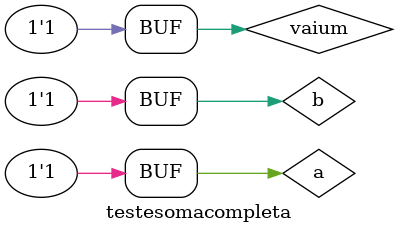
<source format=v>


module meiasoma (s, s1, p, q);
output s, s1;
input p, q;
assign s = p ^ q;
assign s1 = p & q;

endmodule // meiasoma

//--- Teste Soma Completa---

module testesomacompleta;
reg a, b, vaium;
wire s2, s3, s4, s, s1;

meiasoma M1 (s2, s3, a, b);
meiasoma M2 (s, s4, s2, vaium);
or Or1 (s1, s3, s4);

// parte principal
   initial begin
	   $display("Guia 04 - Exercicio 02");
		$display("Bruno Cesar Lopes Silva - 415985");
      $display("Soma Completa");
      $display("\n a + b + cIn = s / cOut\n");
  		a=0; b=0; vaium=0;
		$monitor(" %b + %b + %b =   %b / %b", a, b, vaium, s, s1);
		#1 a=0; b=0; vaium=1;
		#1 a=0; b=1; vaium=0;
		#1 a=0; b=1; vaium=1;
		#1 a=1; b=0; vaium=0;
		#1 a=1; b=0; vaium=1;
		#1 a=1; b=1; vaium=0;
		#1 a=1; b=1; vaium=1;
		
		end
		
		endmodule // testesomacompleta
</source>
